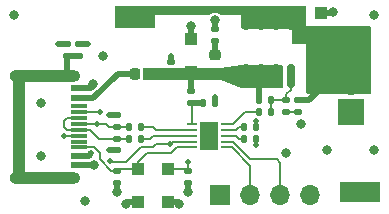
<source format=gtl>
%TF.GenerationSoftware,KiCad,Pcbnew,5.99.0-unknown-3f6811f413~130~ubuntu20.10.1*%
%TF.CreationDate,2021-09-06T21:05:40-07:00*%
%TF.ProjectId,usb_pd,7573625f-7064-42e6-9b69-6361645f7063,rev?*%
%TF.SameCoordinates,Original*%
%TF.FileFunction,Copper,L1,Top*%
%TF.FilePolarity,Positive*%
%FSLAX46Y46*%
G04 Gerber Fmt 4.6, Leading zero omitted, Abs format (unit mm)*
G04 Created by KiCad (PCBNEW 5.99.0-unknown-3f6811f413~130~ubuntu20.10.1) date 2021-09-06 21:05:40*
%MOMM*%
%LPD*%
G01*
G04 APERTURE LIST*
G04 Aperture macros list*
%AMRoundRect*
0 Rectangle with rounded corners*
0 $1 Rounding radius*
0 $2 $3 $4 $5 $6 $7 $8 $9 X,Y pos of 4 corners*
0 Add a 4 corners polygon primitive as box body*
4,1,4,$2,$3,$4,$5,$6,$7,$8,$9,$2,$3,0*
0 Add four circle primitives for the rounded corners*
1,1,$1+$1,$2,$3*
1,1,$1+$1,$4,$5*
1,1,$1+$1,$6,$7*
1,1,$1+$1,$8,$9*
0 Add four rect primitives between the rounded corners*
20,1,$1+$1,$2,$3,$4,$5,0*
20,1,$1+$1,$4,$5,$6,$7,0*
20,1,$1+$1,$6,$7,$8,$9,0*
20,1,$1+$1,$8,$9,$2,$3,0*%
G04 Aperture macros list end*
%TA.AperFunction,SMDPad,CuDef*%
%ADD10R,1.100000X1.100000*%
%TD*%
%TA.AperFunction,SMDPad,CuDef*%
%ADD11RoundRect,0.140000X-0.140000X-0.170000X0.140000X-0.170000X0.140000X0.170000X-0.140000X0.170000X0*%
%TD*%
%TA.AperFunction,SMDPad,CuDef*%
%ADD12RoundRect,0.135000X-0.135000X-0.185000X0.135000X-0.185000X0.135000X0.185000X-0.135000X0.185000X0*%
%TD*%
%TA.AperFunction,SMDPad,CuDef*%
%ADD13RoundRect,0.135000X-0.185000X0.135000X-0.185000X-0.135000X0.185000X-0.135000X0.185000X0.135000X0*%
%TD*%
%TA.AperFunction,SMDPad,CuDef*%
%ADD14RoundRect,0.140000X-0.170000X0.140000X-0.170000X-0.140000X0.170000X-0.140000X0.170000X0.140000X0*%
%TD*%
%TA.AperFunction,SMDPad,CuDef*%
%ADD15R,3.400000X1.800000*%
%TD*%
%TA.AperFunction,ComponentPad*%
%ADD16R,1.700000X1.700000*%
%TD*%
%TA.AperFunction,ComponentPad*%
%ADD17O,1.700000X1.700000*%
%TD*%
%TA.AperFunction,ComponentPad*%
%ADD18R,2.200000X2.200000*%
%TD*%
%TA.AperFunction,ComponentPad*%
%ADD19C,2.200000*%
%TD*%
%TA.AperFunction,SMDPad,CuDef*%
%ADD20RoundRect,0.135000X0.135000X0.185000X-0.135000X0.185000X-0.135000X-0.185000X0.135000X-0.185000X0*%
%TD*%
%TA.AperFunction,SMDPad,CuDef*%
%ADD21RoundRect,0.135000X0.185000X-0.135000X0.185000X0.135000X-0.185000X0.135000X-0.185000X-0.135000X0*%
%TD*%
%TA.AperFunction,SMDPad,CuDef*%
%ADD22R,1.450000X0.600000*%
%TD*%
%TA.AperFunction,SMDPad,CuDef*%
%ADD23R,1.450000X0.300000*%
%TD*%
%TA.AperFunction,ComponentPad*%
%ADD24O,2.100000X1.000000*%
%TD*%
%TA.AperFunction,ComponentPad*%
%ADD25O,1.600000X1.000000*%
%TD*%
%TA.AperFunction,SMDPad,CuDef*%
%ADD26RoundRect,0.140000X0.170000X-0.140000X0.170000X0.140000X-0.170000X0.140000X-0.170000X-0.140000X0*%
%TD*%
%TA.AperFunction,SMDPad,CuDef*%
%ADD27RoundRect,0.147500X0.172500X-0.147500X0.172500X0.147500X-0.172500X0.147500X-0.172500X-0.147500X0*%
%TD*%
%TA.AperFunction,SMDPad,CuDef*%
%ADD28RoundRect,0.218750X-0.218750X-0.256250X0.218750X-0.256250X0.218750X0.256250X-0.218750X0.256250X0*%
%TD*%
%TA.AperFunction,SMDPad,CuDef*%
%ADD29RoundRect,0.218750X-0.256250X0.218750X-0.256250X-0.218750X0.256250X-0.218750X0.256250X0.218750X0*%
%TD*%
%TA.AperFunction,SMDPad,CuDef*%
%ADD30RoundRect,0.062500X-0.362500X-0.062500X0.362500X-0.062500X0.362500X0.062500X-0.362500X0.062500X0*%
%TD*%
%TA.AperFunction,SMDPad,CuDef*%
%ADD31R,1.650000X2.380000*%
%TD*%
%TA.AperFunction,SMDPad,CuDef*%
%ADD32RoundRect,0.150000X0.150000X-0.825000X0.150000X0.825000X-0.150000X0.825000X-0.150000X-0.825000X0*%
%TD*%
%TA.AperFunction,SMDPad,CuDef*%
%ADD33RoundRect,0.147500X-0.172500X0.147500X-0.172500X-0.147500X0.172500X-0.147500X0.172500X0.147500X0*%
%TD*%
%TA.AperFunction,ViaPad*%
%ADD34C,0.800000*%
%TD*%
%TA.AperFunction,ViaPad*%
%ADD35C,0.508000*%
%TD*%
%TA.AperFunction,Conductor*%
%ADD36C,0.500000*%
%TD*%
%TA.AperFunction,Conductor*%
%ADD37C,1.000000*%
%TD*%
%TA.AperFunction,Conductor*%
%ADD38C,0.200000*%
%TD*%
G04 APERTURE END LIST*
D10*
%TO.P,D107,1,K*%
%TO.N,VBUS*%
X107000000Y-112150000D03*
%TO.P,D107,2,A*%
%TO.N,GND*%
X107000000Y-109350000D03*
%TD*%
D11*
%TO.P,C103,1*%
%TO.N,Net-(C103-Pad1)*%
X97020000Y-117000000D03*
%TO.P,C103,2*%
%TO.N,GND*%
X97980000Y-117000000D03*
%TD*%
D12*
%TO.P,R109,1*%
%TO.N,Net-(R109-Pad1)*%
X100490000Y-120000000D03*
%TO.P,R109,2*%
%TO.N,GND*%
X101510000Y-120000000D03*
%TD*%
D10*
%TO.P,D106,1,K*%
%TO.N,Net-(C102-Pad1)*%
X96000000Y-114400000D03*
%TO.P,D106,2,A*%
%TO.N,GND*%
X96000000Y-111600000D03*
%TD*%
D13*
%TO.P,R103,1*%
%TO.N,Net-(D104-Pad1)*%
X95750000Y-122740000D03*
%TO.P,R103,2*%
%TO.N,GND*%
X95750000Y-123760000D03*
%TD*%
D14*
%TO.P,C104,1*%
%TO.N,VBUS*%
X105000000Y-116770000D03*
%TO.P,C104,2*%
%TO.N,Net-(C104-Pad2)*%
X105000000Y-117730000D03*
%TD*%
D15*
%TO.P,TP101,1,1*%
%TO.N,VBUS*%
X91250000Y-109750000D03*
%TD*%
%TO.P,TP102,1,1*%
%TO.N,GND*%
X110250000Y-124500000D03*
%TD*%
D16*
%TO.P,J102,1,Pin_1*%
%TO.N,GND*%
X98450000Y-124750000D03*
D17*
%TO.P,J102,2,Pin_2*%
%TO.N,/PD_SDA*%
X100990000Y-124750000D03*
%TO.P,J102,3,Pin_3*%
%TO.N,/PD_SCL*%
X103530000Y-124750000D03*
%TO.P,J102,4,Pin_4*%
%TO.N,GND*%
X106070000Y-124750000D03*
%TD*%
D12*
%TO.P,R108,1*%
%TO.N,Net-(R108-Pad1)*%
X100490000Y-119000000D03*
%TO.P,R108,2*%
%TO.N,GND*%
X101510000Y-119000000D03*
%TD*%
D18*
%TO.P,J103,1,Pin_1*%
%TO.N,GND*%
X109500000Y-117750000D03*
D19*
%TO.P,J103,2,Pin_2*%
%TO.N,VBUS*%
X109500000Y-115210000D03*
%TD*%
D20*
%TO.P,R105,1*%
%TO.N,Net-(R105-Pad1)*%
X91760000Y-119000000D03*
%TO.P,R105,2*%
%TO.N,Net-(D101-Pad1)*%
X90740000Y-119000000D03*
%TD*%
D13*
%TO.P,R112,1*%
%TO.N,Net-(Q101-Pad4)*%
X104000000Y-116720000D03*
%TO.P,R112,2*%
%TO.N,Net-(C104-Pad2)*%
X104000000Y-117740000D03*
%TD*%
D21*
%TO.P,R101,1*%
%TO.N,Net-(C101-Pad1)*%
X85500000Y-113010000D03*
%TO.P,R101,2*%
%TO.N,GND*%
X85500000Y-111990000D03*
%TD*%
D13*
%TO.P,R107,1*%
%TO.N,Net-(C102-Pad1)*%
X96000000Y-116000000D03*
%TO.P,R107,2*%
%TO.N,Net-(C103-Pad1)*%
X96000000Y-117020000D03*
%TD*%
D22*
%TO.P,J101,A1,GND*%
%TO.N,GND*%
X86485000Y-115750000D03*
%TO.P,J101,A4,VBUS*%
%TO.N,Net-(FB101-Pad1)*%
X86485000Y-116550000D03*
D23*
%TO.P,J101,A5,CC1*%
%TO.N,Net-(D104-Pad1)*%
X86485000Y-117750000D03*
%TO.P,J101,A6,D+*%
%TO.N,Net-(D101-Pad1)*%
X86485000Y-118750000D03*
%TO.P,J101,A7,D-*%
%TO.N,Net-(D102-Pad1)*%
X86485000Y-119250000D03*
%TO.P,J101,A8,SBU1*%
%TO.N,N/C*%
X86485000Y-120250000D03*
D22*
%TO.P,J101,A9,VBUS*%
%TO.N,Net-(FB101-Pad1)*%
X86485000Y-121450000D03*
%TO.P,J101,A12,GND*%
%TO.N,GND*%
X86485000Y-122250000D03*
%TO.P,J101,B1,GND*%
X86485000Y-122250000D03*
%TO.P,J101,B4,VBUS*%
%TO.N,Net-(FB101-Pad1)*%
X86485000Y-121450000D03*
D23*
%TO.P,J101,B5,CC2*%
%TO.N,Net-(D103-Pad1)*%
X86485000Y-120750000D03*
%TO.P,J101,B6,D+*%
%TO.N,Net-(D101-Pad1)*%
X86485000Y-119750000D03*
%TO.P,J101,B7,D-*%
%TO.N,Net-(D102-Pad1)*%
X86485000Y-118250000D03*
%TO.P,J101,B8,SBU2*%
%TO.N,N/C*%
X86485000Y-117250000D03*
D22*
%TO.P,J101,B9,VBUS*%
%TO.N,Net-(FB101-Pad1)*%
X86485000Y-116550000D03*
%TO.P,J101,B12,GND*%
%TO.N,GND*%
X86485000Y-115750000D03*
D24*
%TO.P,J101,S1,SHIELD*%
%TO.N,Net-(C101-Pad1)*%
X85570000Y-123320000D03*
D25*
X81390000Y-123320000D03*
D24*
X85570000Y-114680000D03*
D25*
X81390000Y-114680000D03*
%TD*%
D26*
%TO.P,C101,1*%
%TO.N,Net-(C101-Pad1)*%
X86500000Y-112980000D03*
%TO.P,C101,2*%
%TO.N,GND*%
X86500000Y-112020000D03*
%TD*%
D12*
%TO.P,R110,1*%
%TO.N,Net-(C102-Pad1)*%
X101740000Y-116730000D03*
%TO.P,R110,2*%
%TO.N,Net-(Q101-Pad4)*%
X102760000Y-116730000D03*
%TD*%
D27*
%TO.P,D101,1,A1*%
%TO.N,Net-(D101-Pad1)*%
X89750000Y-118985000D03*
%TO.P,D101,2,A2*%
%TO.N,GND*%
X89750000Y-118015000D03*
%TD*%
D28*
%TO.P,FB101,1*%
%TO.N,Net-(FB101-Pad1)*%
X91212500Y-114500000D03*
%TO.P,FB101,2*%
%TO.N,Net-(C102-Pad1)*%
X92787500Y-114500000D03*
%TD*%
D21*
%TO.P,R106,1*%
%TO.N,Net-(D105-Pad1)*%
X98000000Y-111760000D03*
%TO.P,R106,2*%
%TO.N,GND*%
X98000000Y-110740000D03*
%TD*%
D29*
%TO.P,D105,1,K*%
%TO.N,Net-(D105-Pad1)*%
X98000000Y-112925000D03*
%TO.P,D105,2,A*%
%TO.N,Net-(C102-Pad1)*%
X98000000Y-114500000D03*
%TD*%
D30*
%TO.P,U101,1,VIN*%
%TO.N,Net-(C103-Pad1)*%
X96050000Y-118750000D03*
%TO.P,U101,2,D+*%
%TO.N,Net-(R105-Pad1)*%
X96050000Y-119250000D03*
%TO.P,U101,3,D-*%
%TO.N,Net-(R104-Pad1)*%
X96050000Y-119750000D03*
%TO.P,U101,4,CC1*%
%TO.N,Net-(D104-Pad1)*%
X96050000Y-120250000D03*
%TO.P,U101,5,CC2*%
%TO.N,Net-(D103-Pad1)*%
X96050000Y-120750000D03*
%TO.P,U101,6,SDA*%
%TO.N,/PD_SDA*%
X98950000Y-120750000D03*
%TO.P,U101,7,SCL*%
%TO.N,/PD_SCL*%
X98950000Y-120250000D03*
%TO.P,U101,8,VSET*%
%TO.N,Net-(R109-Pad1)*%
X98950000Y-119750000D03*
%TO.P,U101,9,ISET*%
%TO.N,Net-(R108-Pad1)*%
X98950000Y-119250000D03*
%TO.P,U101,10,GATE*%
%TO.N,Net-(R111-Pad2)*%
X98950000Y-118750000D03*
D31*
%TO.P,U101,11,GND*%
%TO.N,GND*%
X97500000Y-119750000D03*
%TD*%
D20*
%TO.P,R111,1*%
%TO.N,Net-(Q101-Pad4)*%
X102760000Y-117730000D03*
%TO.P,R111,2*%
%TO.N,Net-(R111-Pad2)*%
X101740000Y-117730000D03*
%TD*%
%TO.P,R104,1*%
%TO.N,Net-(R104-Pad1)*%
X91760000Y-120000000D03*
%TO.P,R104,2*%
%TO.N,Net-(D102-Pad1)*%
X90740000Y-120000000D03*
%TD*%
D10*
%TO.P,D104,1,K*%
%TO.N,Net-(D104-Pad1)*%
X94000000Y-122600000D03*
%TO.P,D104,2,A*%
%TO.N,GND*%
X94000000Y-125400000D03*
%TD*%
D26*
%TO.P,C102,1*%
%TO.N,Net-(C102-Pad1)*%
X94250000Y-114480000D03*
%TO.P,C102,2*%
%TO.N,GND*%
X94250000Y-113520000D03*
%TD*%
D32*
%TO.P,Q101,1,S*%
%TO.N,Net-(C102-Pad1)*%
X100595000Y-114725000D03*
%TO.P,Q101,2,S*%
X101865000Y-114725000D03*
%TO.P,Q101,3,S*%
X103135000Y-114725000D03*
%TO.P,Q101,4,G*%
%TO.N,Net-(Q101-Pad4)*%
X104405000Y-114725000D03*
%TO.P,Q101,5,D*%
%TO.N,VBUS*%
X104405000Y-109775000D03*
%TO.P,Q101,6,D*%
X103135000Y-109775000D03*
%TO.P,Q101,7,D*%
X101865000Y-109775000D03*
%TO.P,Q101,8,D*%
X100595000Y-109775000D03*
%TD*%
D33*
%TO.P,D102,1,A1*%
%TO.N,Net-(D102-Pad1)*%
X89750000Y-120015000D03*
%TO.P,D102,2,A2*%
%TO.N,GND*%
X89750000Y-120985000D03*
%TD*%
D13*
%TO.P,R102,1*%
%TO.N,Net-(D103-Pad1)*%
X89750000Y-122740000D03*
%TO.P,R102,2*%
%TO.N,GND*%
X89750000Y-123760000D03*
%TD*%
D10*
%TO.P,D103,1,K*%
%TO.N,Net-(D103-Pad1)*%
X91500000Y-122600000D03*
%TO.P,D103,2,A*%
%TO.N,GND*%
X91500000Y-125400000D03*
%TD*%
D34*
%TO.N,GND*%
X105250000Y-118750000D03*
X104000000Y-121250000D03*
X81000000Y-109500000D03*
X88500000Y-113000000D03*
X111500000Y-109500000D03*
X111500000Y-121000000D03*
X107500000Y-121000000D03*
X87000000Y-125250000D03*
X83250000Y-117000000D03*
X83250000Y-121500000D03*
D35*
X89000000Y-118000000D03*
D34*
X108000000Y-109250000D03*
X95750000Y-124500000D03*
D35*
X94250000Y-113000000D03*
X98000000Y-119750000D03*
X98000000Y-119000000D03*
D34*
X111250000Y-124500000D03*
D35*
X98000000Y-120500000D03*
X97000000Y-119000000D03*
X97000000Y-119750000D03*
D34*
X109250000Y-124500000D03*
D35*
X97000000Y-120500000D03*
X89000000Y-121000000D03*
D34*
X87654312Y-115404312D03*
D35*
X101500000Y-120500000D03*
D34*
X98000000Y-110000000D03*
X96000000Y-110500000D03*
D35*
X101500000Y-118500000D03*
D34*
X89750000Y-124500000D03*
D35*
X84750000Y-112000000D03*
X87250000Y-112000000D03*
D34*
X95000000Y-125500000D03*
D35*
X98000000Y-116500000D03*
D34*
X90500000Y-125500000D03*
X87750000Y-122250000D03*
D35*
%TO.N,Net-(D101-Pad1)*%
X88000000Y-118750000D03*
X85250000Y-119750000D03*
%TO.N,Net-(D104-Pad1)*%
X88250000Y-117750000D03*
X89141384Y-121858616D03*
X95750000Y-122000000D03*
X94233616Y-120483616D03*
%TO.N,Net-(FB101-Pad1)*%
X87500000Y-121250000D03*
X87710000Y-116550000D03*
%TD*%
D36*
%TO.N,Net-(C101-Pad1)*%
X85500000Y-113010000D02*
X86470000Y-113010000D01*
D37*
X81390000Y-114680000D02*
X85570000Y-114680000D01*
D36*
X85500000Y-114610000D02*
X85570000Y-114680000D01*
X86470000Y-113010000D02*
X86500000Y-112980000D01*
D37*
X81390000Y-123320000D02*
X81390000Y-114680000D01*
X85570000Y-123320000D02*
X81390000Y-123320000D01*
D36*
X85500000Y-113010000D02*
X85500000Y-114610000D01*
D38*
%TO.N,GND*%
X101510000Y-120490000D02*
X101500000Y-120500000D01*
D36*
X89015000Y-120985000D02*
X89000000Y-121000000D01*
X107000000Y-109350000D02*
X107900000Y-109350000D01*
X97980000Y-116520000D02*
X98000000Y-116500000D01*
X96000000Y-111600000D02*
X96000000Y-110500000D01*
X95750000Y-123760000D02*
X95750000Y-124500000D01*
X85500000Y-111990000D02*
X84760000Y-111990000D01*
X86485000Y-122250000D02*
X87750000Y-122250000D01*
X89750000Y-123760000D02*
X89750000Y-124500000D01*
D38*
X101510000Y-119000000D02*
X101510000Y-118510000D01*
D36*
X94250000Y-113520000D02*
X94250000Y-113000000D01*
X110250000Y-124500000D02*
X111250000Y-124500000D01*
X89750000Y-118015000D02*
X89015000Y-118015000D01*
X90600000Y-125400000D02*
X90500000Y-125500000D01*
D38*
X101510000Y-120000000D02*
X101510000Y-120490000D01*
D36*
X87500000Y-115750000D02*
X87750000Y-115500000D01*
X94000000Y-125400000D02*
X94900000Y-125400000D01*
X107900000Y-109350000D02*
X108000000Y-109250000D01*
X97980000Y-117000000D02*
X97980000Y-116520000D01*
X86485000Y-115750000D02*
X87500000Y-115750000D01*
X91500000Y-125400000D02*
X90600000Y-125400000D01*
X86500000Y-112020000D02*
X87230000Y-112020000D01*
X87750000Y-115500000D02*
X87654312Y-115404312D01*
X94900000Y-125400000D02*
X95000000Y-125500000D01*
X84760000Y-111990000D02*
X84750000Y-112000000D01*
X98000000Y-110740000D02*
X98000000Y-110000000D01*
X89015000Y-118015000D02*
X89000000Y-118000000D01*
D38*
X101510000Y-118510000D02*
X101500000Y-118500000D01*
D36*
X89750000Y-120985000D02*
X89015000Y-120985000D01*
X87230000Y-112020000D02*
X87250000Y-112000000D01*
%TO.N,Net-(C102-Pad1)*%
X101740000Y-116730000D02*
X101740000Y-114850000D01*
X96000000Y-116000000D02*
X96000000Y-114400000D01*
X92787500Y-114500000D02*
X98000000Y-114500000D01*
X101740000Y-114850000D02*
X101865000Y-114725000D01*
%TO.N,Net-(C103-Pad1)*%
X97020000Y-117000000D02*
X96020000Y-117000000D01*
D38*
X97000000Y-117020000D02*
X97020000Y-117000000D01*
D36*
X96020000Y-117000000D02*
X96000000Y-117020000D01*
D38*
X96050000Y-118750000D02*
X96050000Y-117070000D01*
X96050000Y-117070000D02*
X96000000Y-117020000D01*
D36*
%TO.N,VBUS*%
X105000000Y-116770000D02*
X105980000Y-116770000D01*
X91250000Y-109750000D02*
X91250000Y-109250000D01*
X107540000Y-115210000D02*
X109500000Y-115210000D01*
X105980000Y-116770000D02*
X107540000Y-115210000D01*
D38*
%TO.N,Net-(C104-Pad2)*%
X104000000Y-117740000D02*
X104990000Y-117740000D01*
X104990000Y-117740000D02*
X105000000Y-117730000D01*
%TO.N,Net-(D101-Pad1)*%
X89015000Y-118985000D02*
X89750000Y-118985000D01*
X89000000Y-119000000D02*
X89015000Y-118985000D01*
X88750000Y-118750000D02*
X89000000Y-119000000D01*
X90725000Y-118985000D02*
X90740000Y-119000000D01*
X89750000Y-118985000D02*
X90725000Y-118985000D01*
X86485000Y-118750000D02*
X88750000Y-118750000D01*
X86485000Y-119750000D02*
X85250000Y-119750000D01*
%TO.N,Net-(D102-Pad1)*%
X85250000Y-118510978D02*
X85250000Y-119000000D01*
X85510978Y-118250000D02*
X85250000Y-118510978D01*
X86485000Y-118250000D02*
X85510978Y-118250000D01*
X88265000Y-120015000D02*
X89750000Y-120015000D01*
X90725000Y-120015000D02*
X90740000Y-120000000D01*
X88209022Y-120000000D02*
X88250000Y-120000000D01*
X88250000Y-120000000D02*
X88265000Y-120015000D01*
X87459022Y-119250000D02*
X88209022Y-120000000D01*
X86485000Y-119250000D02*
X87459022Y-119250000D01*
X85500000Y-119250000D02*
X86485000Y-119250000D01*
X89750000Y-120015000D02*
X90725000Y-120015000D01*
X85250000Y-119000000D02*
X85500000Y-119250000D01*
%TO.N,Net-(D103-Pad1)*%
X91500000Y-122600000D02*
X89890000Y-122600000D01*
X87270727Y-120696489D02*
X87217216Y-120750000D01*
X94750000Y-120750000D02*
X94250000Y-121250000D01*
X91500000Y-122000000D02*
X91500000Y-122600000D01*
X87729273Y-120696489D02*
X87270727Y-120696489D01*
X87217216Y-120750000D02*
X86485000Y-120750000D01*
X88250000Y-121217216D02*
X87729273Y-120696489D01*
X89240000Y-122740000D02*
X88250000Y-121750000D01*
X88250000Y-121750000D02*
X88250000Y-121217216D01*
X89750000Y-122740000D02*
X89240000Y-122740000D01*
X94250000Y-121250000D02*
X92250000Y-121250000D01*
X96050000Y-120750000D02*
X94750000Y-120750000D01*
X92250000Y-121250000D02*
X91500000Y-122000000D01*
X89890000Y-122600000D02*
X89750000Y-122740000D01*
%TO.N,Net-(D104-Pad1)*%
X94000000Y-122600000D02*
X95610000Y-122600000D01*
X94467232Y-120250000D02*
X94233616Y-120483616D01*
X92750000Y-120750000D02*
X91750000Y-120750000D01*
X86485000Y-117750000D02*
X88250000Y-117750000D01*
X91750000Y-120750000D02*
X91500000Y-121000000D01*
X94233616Y-120483616D02*
X93016384Y-120483616D01*
X89500000Y-122000000D02*
X89250000Y-122000000D01*
X89250000Y-122000000D02*
X89250000Y-121967232D01*
X95610000Y-122600000D02*
X95750000Y-122740000D01*
X90500000Y-122000000D02*
X89500000Y-122000000D01*
X95750000Y-122740000D02*
X95750000Y-122000000D01*
X96050000Y-120250000D02*
X94467232Y-120250000D01*
X93016384Y-120483616D02*
X92750000Y-120750000D01*
X91500000Y-121000000D02*
X90500000Y-122000000D01*
X89250000Y-121967232D02*
X89141384Y-121858616D01*
D36*
%TO.N,Net-(D105-Pad1)*%
X98000000Y-112925000D02*
X98000000Y-111760000D01*
%TO.N,Net-(FB101-Pad1)*%
X87300000Y-121450000D02*
X87500000Y-121250000D01*
X89760000Y-114500000D02*
X91212500Y-114500000D01*
X86485000Y-121450000D02*
X87300000Y-121450000D01*
X86485000Y-116550000D02*
X87710000Y-116550000D01*
X87710000Y-116550000D02*
X89760000Y-114500000D01*
D38*
%TO.N,Net-(Q101-Pad4)*%
X103990000Y-116730000D02*
X104000000Y-116720000D01*
X102760000Y-116730000D02*
X103990000Y-116730000D01*
X102760000Y-117730000D02*
X102760000Y-116730000D01*
X104405000Y-114725000D02*
X104405000Y-115845000D01*
X104405000Y-115845000D02*
X104000000Y-116250000D01*
X104000000Y-116250000D02*
X104000000Y-116720000D01*
%TO.N,Net-(R104-Pad1)*%
X92750000Y-119750000D02*
X92500000Y-120000000D01*
X96050000Y-119750000D02*
X92750000Y-119750000D01*
X92500000Y-120000000D02*
X91760000Y-120000000D01*
%TO.N,Net-(R105-Pad1)*%
X93000000Y-119250000D02*
X92750000Y-119000000D01*
X96050000Y-119250000D02*
X93000000Y-119250000D01*
X92750000Y-119000000D02*
X91760000Y-119000000D01*
%TO.N,Net-(R108-Pad1)*%
X100000000Y-119000000D02*
X100490000Y-119000000D01*
X99750000Y-119250000D02*
X100000000Y-119000000D01*
X98950000Y-119250000D02*
X99750000Y-119250000D01*
%TO.N,Net-(R109-Pad1)*%
X99750000Y-119750000D02*
X100000000Y-120000000D01*
X98950000Y-119750000D02*
X99750000Y-119750000D01*
X100000000Y-120000000D02*
X100490000Y-120000000D01*
%TO.N,Net-(R111-Pad2)*%
X99500000Y-118750000D02*
X100520000Y-117730000D01*
X100520000Y-117730000D02*
X101740000Y-117730000D01*
X98950000Y-118750000D02*
X99500000Y-118750000D01*
%TO.N,/PD_SDA*%
X98950000Y-120750000D02*
X99434994Y-120750000D01*
X99434994Y-120750000D02*
X100990000Y-122305006D01*
X100990000Y-122305006D02*
X100990000Y-124750000D01*
%TO.N,/PD_SCL*%
X103530000Y-122030000D02*
X103530000Y-124750000D01*
X98950000Y-120250000D02*
X99500000Y-120250000D01*
X101000000Y-121750000D02*
X103250000Y-121750000D01*
X103250000Y-121750000D02*
X103530000Y-122030000D01*
X99500000Y-120250000D02*
X101000000Y-121750000D01*
%TD*%
%TA.AperFunction,Conductor*%
%TO.N,Net-(C102-Pad1)*%
G36*
X103692121Y-113770002D02*
G01*
X103738614Y-113823658D01*
X103750000Y-113876000D01*
X103750000Y-115624000D01*
X103729998Y-115692121D01*
X103676342Y-115738614D01*
X103624000Y-115750000D01*
X100275862Y-115750000D01*
X100226228Y-115739812D01*
X98511765Y-115005042D01*
X98511764Y-115005042D01*
X98500000Y-115000000D01*
X92021687Y-115000000D01*
X91953566Y-114979998D01*
X91907073Y-114926342D01*
X91896969Y-114856068D01*
X91900967Y-114837906D01*
X91904247Y-114826940D01*
X91904500Y-114823535D01*
X91904500Y-114208836D01*
X91895195Y-114143862D01*
X91905337Y-114073594D01*
X91951860Y-114019964D01*
X92019922Y-114000000D01*
X93847897Y-114000000D01*
X93905101Y-114013733D01*
X93956548Y-114039947D01*
X93966338Y-114041498D01*
X93966339Y-114041498D01*
X93991715Y-114045517D01*
X94048431Y-114054500D01*
X94451569Y-114054500D01*
X94508285Y-114045517D01*
X94533661Y-114041498D01*
X94533662Y-114041498D01*
X94543452Y-114039947D01*
X94594899Y-114013733D01*
X94652103Y-114000000D01*
X98500000Y-114000000D01*
X100241138Y-113751266D01*
X100258957Y-113750000D01*
X103624000Y-113750000D01*
X103692121Y-113770002D01*
G37*
%TD.AperFunction*%
%TD*%
%TA.AperFunction,Conductor*%
%TO.N,VBUS*%
G36*
X105692121Y-108770002D02*
G01*
X105738614Y-108823658D01*
X105750000Y-108876000D01*
X105750000Y-110500000D01*
X111124000Y-110500000D01*
X111192121Y-110520002D01*
X111238614Y-110573658D01*
X111250000Y-110626000D01*
X111250000Y-115036317D01*
X111249006Y-115052109D01*
X111230488Y-115198696D01*
X111233813Y-115232605D01*
X111248101Y-115378323D01*
X111248066Y-115378326D01*
X111250000Y-115396725D01*
X111250000Y-116124000D01*
X111229998Y-116192121D01*
X111176342Y-116238614D01*
X111124000Y-116250000D01*
X105876000Y-116250000D01*
X105807879Y-116229998D01*
X105761386Y-116176342D01*
X105750000Y-116124000D01*
X105750000Y-112000000D01*
X104626000Y-112000000D01*
X104557879Y-111979998D01*
X104511386Y-111926342D01*
X104500000Y-111874000D01*
X104500000Y-110750000D01*
X100376000Y-110750000D01*
X100307879Y-110729998D01*
X100261386Y-110676342D01*
X100250000Y-110624000D01*
X100250000Y-109500000D01*
X98470717Y-109500000D01*
X98402596Y-109479998D01*
X98386897Y-109468075D01*
X98381947Y-109463664D01*
X98381944Y-109463662D01*
X98376275Y-109458611D01*
X98368889Y-109454700D01*
X98242988Y-109388039D01*
X98242989Y-109388039D01*
X98236274Y-109384484D01*
X98082633Y-109345892D01*
X98075034Y-109345852D01*
X98075033Y-109345852D01*
X98009181Y-109345507D01*
X97924221Y-109345062D01*
X97916841Y-109346834D01*
X97916839Y-109346834D01*
X97777563Y-109380271D01*
X97777560Y-109380272D01*
X97770184Y-109382043D01*
X97629414Y-109454700D01*
X97623697Y-109459687D01*
X97623690Y-109459692D01*
X97613079Y-109468949D01*
X97548597Y-109498657D01*
X97530250Y-109500000D01*
X89626000Y-109500000D01*
X89557879Y-109479998D01*
X89511386Y-109426342D01*
X89500000Y-109374000D01*
X89500000Y-108876000D01*
X89520002Y-108807879D01*
X89573658Y-108761386D01*
X89626000Y-108750000D01*
X105624000Y-108750000D01*
X105692121Y-108770002D01*
G37*
%TD.AperFunction*%
%TD*%
M02*

</source>
